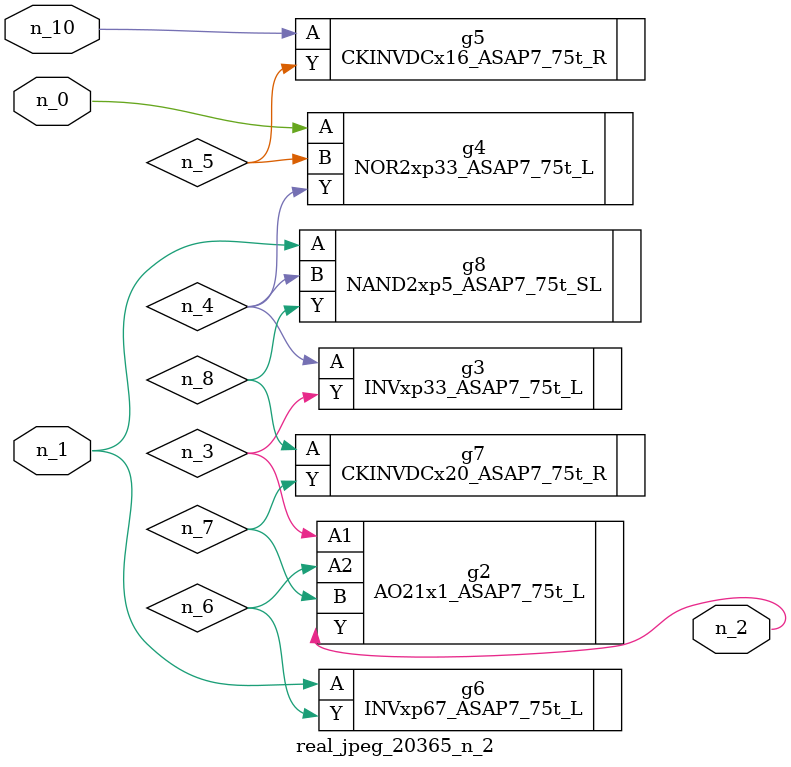
<source format=v>
module real_jpeg_20365_n_2 (n_1, n_10, n_0, n_2);

input n_1;
input n_10;
input n_0;

output n_2;

wire n_5;
wire n_4;
wire n_8;
wire n_6;
wire n_7;
wire n_3;

NOR2xp33_ASAP7_75t_L g4 ( 
.A(n_0),
.B(n_5),
.Y(n_4)
);

INVxp67_ASAP7_75t_L g6 ( 
.A(n_1),
.Y(n_6)
);

NAND2xp5_ASAP7_75t_SL g8 ( 
.A(n_1),
.B(n_4),
.Y(n_8)
);

AO21x1_ASAP7_75t_L g2 ( 
.A1(n_3),
.A2(n_6),
.B(n_7),
.Y(n_2)
);

INVxp33_ASAP7_75t_L g3 ( 
.A(n_4),
.Y(n_3)
);

CKINVDCx20_ASAP7_75t_R g7 ( 
.A(n_8),
.Y(n_7)
);

CKINVDCx16_ASAP7_75t_R g5 ( 
.A(n_10),
.Y(n_5)
);


endmodule
</source>
